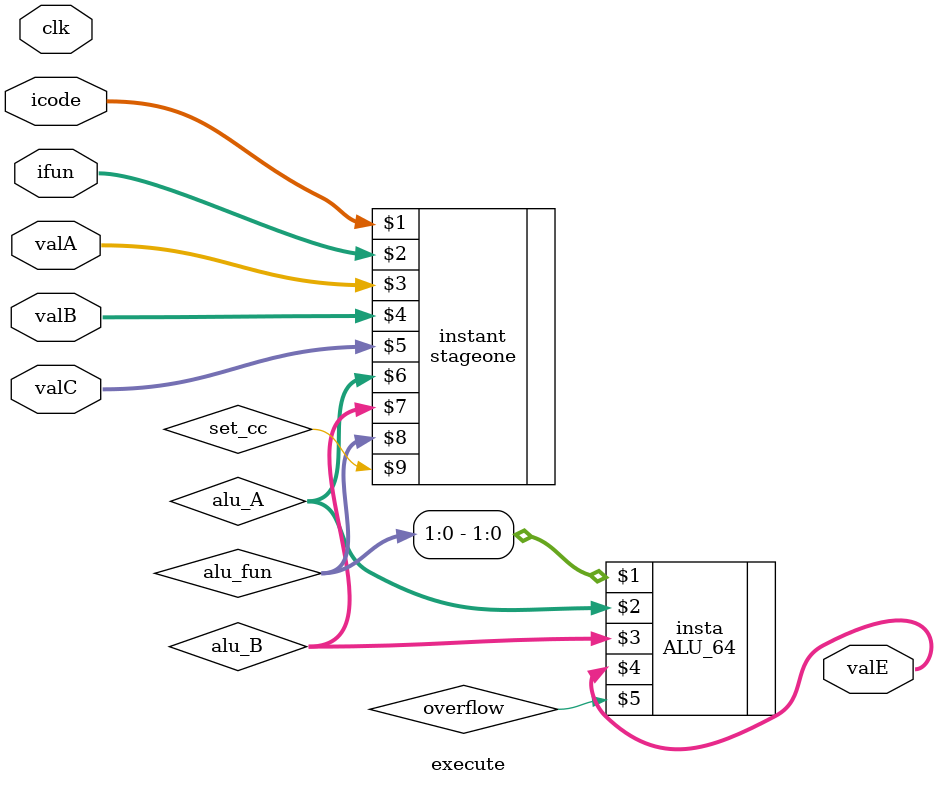
<source format=v>
`include "stageone.v"
`include "ALU_64.v"

module execute (valE,icode,ifun,valA,valB,valC,clk);
input [3:0] icode,ifun;
input signed [63:0] valA,valB,valC;
input clk;
output signed [63:0] valE;
wire signed [63:0] alu_A,alu_B;
wire [3:0] alu_fun;
reg zf,sf,of,zero,sign;
wire overflow,set_cc;

stageone instant(icode,ifun,valA,valB,valC,alu_A,alu_B,alu_fun,set_cc); 
ALU_64 insta(alu_fun[1:0],alu_A,alu_B,valE,overflow);


 always @(posedge clk)
  begin

   if (valE==64'b0)
      zero=1'b0;
   else
      zero=1'b1;

   if (valE[63]==1'b1)
      sign=1'b1;
   else
      sign=1'b0;

   if (set_cc==1'b1)
     begin
     zf=zero;
     sf=sign;  
     of=overflow;
     end
   
 end
endmodule
    
</source>
